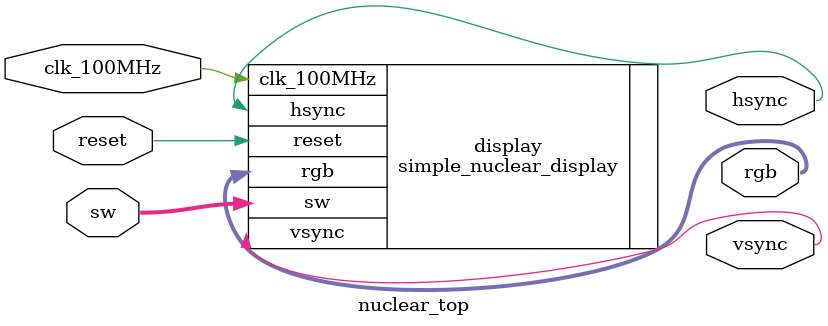
<source format=v>
`timescale 1ns / 1ps
module nuclear_top(
    input clk_100MHz,
    input reset,
    input [11:0] sw,
    output hsync,
    output vsync,
    output [11:0] rgb
);

    // Simply connect the display module
    simple_nuclear_display display(
        .clk_100MHz(clk_100MHz),
        .reset(reset),
        .sw(sw),
        .hsync(hsync),
        .vsync(vsync),
        .rgb(rgb)
    );

endmodule
</source>
